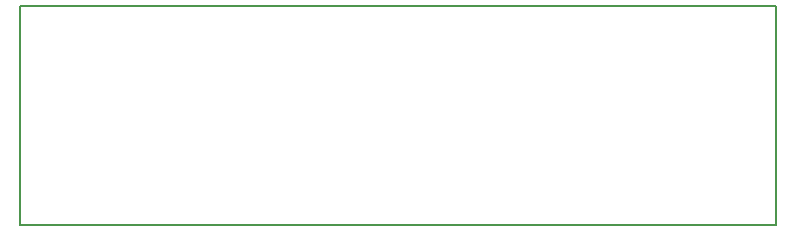
<source format=gm1>
G04 #@! TF.FileFunction,Profile,NP*
%FSLAX46Y46*%
G04 Gerber Fmt 4.6, Leading zero omitted, Abs format (unit mm)*
G04 Created by KiCad (PCBNEW 4.0.6+dfsg1-1) date Mon Oct 16 00:48:50 2017*
%MOMM*%
%LPD*%
G01*
G04 APERTURE LIST*
%ADD10C,0.100000*%
%ADD11C,0.150000*%
G04 APERTURE END LIST*
D10*
D11*
X181000000Y-127500000D02*
X181000000Y-109000000D01*
X117000000Y-127500000D02*
X181000000Y-127500000D01*
X117000000Y-109000000D02*
X117000000Y-127500000D01*
X181000000Y-109000000D02*
X117000000Y-109000000D01*
M02*

</source>
